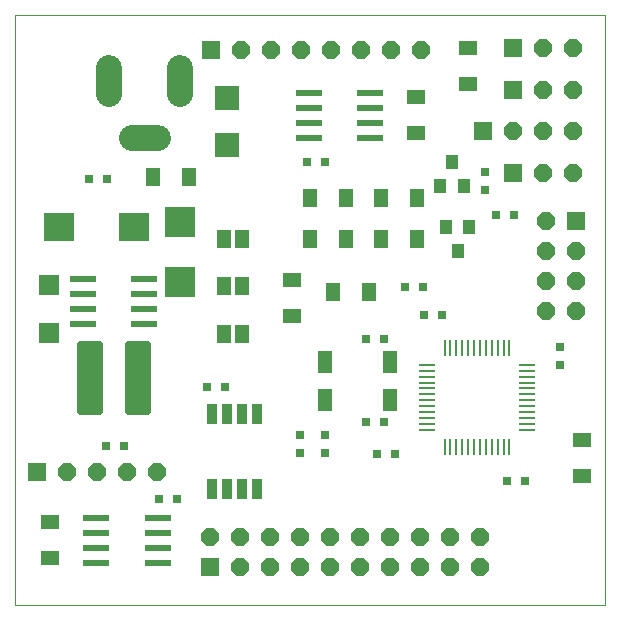
<source format=gtl>
G75*
%MOIN*%
%OFA0B0*%
%FSLAX24Y24*%
%IPPOS*%
%LPD*%
%AMOC8*
5,1,8,0,0,1.08239X$1,22.5*
%
%ADD10C,0.0000*%
%ADD11R,0.0580X0.0110*%
%ADD12R,0.0110X0.0580*%
%ADD13R,0.0866X0.0236*%
%ADD14R,0.1024X0.0945*%
%ADD15R,0.0984X0.1004*%
%ADD16R,0.0787X0.0787*%
%ADD17R,0.0315X0.0315*%
%ADD18C,0.0217*%
%ADD19R,0.0669X0.0709*%
%ADD20C,0.0860*%
%ADD21R,0.0512X0.0630*%
%ADD22R,0.0600X0.0600*%
%ADD23OC8,0.0600*%
%ADD24R,0.0630X0.0512*%
%ADD25R,0.0512X0.0748*%
%ADD26R,0.0320X0.0660*%
%ADD27R,0.0394X0.0472*%
%ADD28R,0.0460X0.0630*%
D10*
X000500Y000500D02*
X000500Y020185D01*
X020185Y020185D01*
X020185Y000500D01*
X000500Y000500D01*
X000500Y020185D01*
X020185Y020185D01*
X020185Y000500D01*
X000500Y000500D01*
D11*
X014246Y006345D03*
X014246Y006535D03*
X014246Y006735D03*
X014246Y006935D03*
X014246Y007125D03*
X014246Y007325D03*
X014246Y007525D03*
X014246Y007725D03*
X014246Y007915D03*
X014246Y008115D03*
X014246Y008315D03*
X014246Y008505D03*
X017566Y008505D03*
X017566Y008315D03*
X017566Y008115D03*
X017566Y007915D03*
X017566Y007725D03*
X017566Y007525D03*
X017566Y007325D03*
X017566Y007125D03*
X017566Y006935D03*
X017566Y006735D03*
X017566Y006535D03*
X017566Y006345D03*
D12*
X016986Y005765D03*
X016796Y005765D03*
X016596Y005765D03*
X016396Y005765D03*
X016206Y005765D03*
X016006Y005765D03*
X015806Y005765D03*
X015606Y005765D03*
X015416Y005765D03*
X015216Y005765D03*
X015016Y005765D03*
X014826Y005765D03*
X014826Y009085D03*
X015016Y009085D03*
X015216Y009085D03*
X015416Y009085D03*
X015606Y009085D03*
X015806Y009085D03*
X016006Y009085D03*
X016206Y009085D03*
X016396Y009085D03*
X016596Y009085D03*
X016796Y009085D03*
X016986Y009085D03*
D13*
X012350Y016089D03*
X012350Y016589D03*
X012350Y017089D03*
X012350Y017589D03*
X010303Y017589D03*
X010303Y017089D03*
X010303Y016589D03*
X010303Y016089D03*
X004823Y011360D03*
X004823Y010860D03*
X004823Y010360D03*
X004823Y009860D03*
X002776Y009860D03*
X002776Y010360D03*
X002776Y010860D03*
X002776Y011360D03*
X003217Y003415D03*
X003217Y002915D03*
X003217Y002415D03*
X003217Y001915D03*
X005264Y001915D03*
X005264Y002415D03*
X005264Y002915D03*
X005264Y003415D03*
D14*
X004482Y013091D03*
X001982Y013091D03*
D15*
X006020Y013260D03*
X006020Y011260D03*
D16*
X007579Y015835D03*
X007579Y017409D03*
D17*
X010239Y015264D03*
X010839Y015264D03*
X013519Y011102D03*
X014119Y011102D03*
X014133Y010181D03*
X014733Y010181D03*
X012808Y009358D03*
X012208Y009358D03*
X012208Y006602D03*
X012808Y006602D03*
X012578Y005547D03*
X013178Y005547D03*
X010854Y005586D03*
X010854Y006186D03*
X010000Y006170D03*
X010000Y005570D03*
X007493Y007783D03*
X006893Y007783D03*
X004146Y005815D03*
X003546Y005815D03*
X005318Y004043D03*
X005918Y004043D03*
X016165Y014357D03*
X016165Y014957D03*
X016539Y013492D03*
X017139Y013492D03*
X018661Y009103D03*
X018661Y008503D03*
X017509Y004642D03*
X016909Y004642D03*
X003560Y014724D03*
X002960Y014724D03*
D18*
X003309Y009223D02*
X003309Y006959D01*
X002659Y006959D01*
X002659Y009223D01*
X003309Y009223D01*
X003309Y007175D02*
X002659Y007175D01*
X002659Y007391D02*
X003309Y007391D01*
X003309Y007607D02*
X002659Y007607D01*
X002659Y007823D02*
X003309Y007823D01*
X003309Y008039D02*
X002659Y008039D01*
X002659Y008255D02*
X003309Y008255D01*
X003309Y008471D02*
X002659Y008471D01*
X002659Y008687D02*
X003309Y008687D01*
X003309Y008903D02*
X002659Y008903D01*
X002659Y009119D02*
X003309Y009119D01*
X004273Y009223D02*
X004273Y006959D01*
X004273Y009223D02*
X004923Y009223D01*
X004923Y006959D01*
X004273Y006959D01*
X004273Y007175D02*
X004923Y007175D01*
X004923Y007391D02*
X004273Y007391D01*
X004273Y007607D02*
X004923Y007607D01*
X004923Y007823D02*
X004273Y007823D01*
X004273Y008039D02*
X004923Y008039D01*
X004923Y008255D02*
X004273Y008255D01*
X004273Y008471D02*
X004923Y008471D01*
X004923Y008687D02*
X004273Y008687D01*
X004273Y008903D02*
X004923Y008903D01*
X004923Y009119D02*
X004273Y009119D01*
D19*
X001646Y009559D03*
X001646Y011173D03*
D20*
X004401Y016071D02*
X005261Y016071D01*
X006012Y017531D02*
X006012Y018391D01*
X003650Y018391D02*
X003650Y017531D01*
D21*
X005101Y014783D03*
X006301Y014783D03*
X010333Y014083D03*
X011533Y014083D03*
X012695Y014083D03*
X013895Y014083D03*
X013895Y012705D03*
X012695Y012705D03*
X011533Y012705D03*
X010333Y012705D03*
X011120Y010933D03*
X012320Y010933D03*
D22*
X017106Y014913D03*
X016110Y016299D03*
X017106Y017677D03*
X017110Y019059D03*
X019197Y013291D03*
X007039Y019004D03*
X001256Y004953D03*
X007024Y001772D03*
D23*
X008024Y001772D03*
X009024Y001772D03*
X010024Y001772D03*
X011024Y001772D03*
X012024Y001772D03*
X013024Y001772D03*
X014024Y001772D03*
X015024Y001772D03*
X016024Y001772D03*
X016024Y002772D03*
X015024Y002772D03*
X014024Y002772D03*
X013024Y002772D03*
X012024Y002772D03*
X011024Y002772D03*
X010024Y002772D03*
X009024Y002772D03*
X008024Y002772D03*
X007024Y002772D03*
X005256Y004953D03*
X004256Y004953D03*
X003256Y004953D03*
X002256Y004953D03*
X008039Y019004D03*
X009039Y019004D03*
X010039Y019004D03*
X011039Y019004D03*
X012039Y019004D03*
X013039Y019004D03*
X014039Y019004D03*
X017110Y016299D03*
X018110Y016299D03*
X019110Y016299D03*
X019106Y017677D03*
X018106Y017677D03*
X018110Y019059D03*
X019110Y019059D03*
X019106Y014913D03*
X018106Y014913D03*
X018197Y013291D03*
X018197Y012291D03*
X018197Y011291D03*
X018197Y010291D03*
X019197Y010291D03*
X019197Y011291D03*
X019197Y012291D03*
D24*
X013886Y016239D03*
X013886Y017439D03*
X015606Y017888D03*
X015606Y019088D03*
X009752Y011336D03*
X009752Y010136D03*
X001681Y003265D03*
X001681Y002065D03*
X019398Y004821D03*
X019398Y006021D03*
D25*
X013000Y007350D03*
X013000Y008610D03*
X010835Y008610D03*
X010835Y007350D03*
D26*
X008587Y006868D03*
X008087Y006868D03*
X007587Y006868D03*
X007087Y006868D03*
X007087Y004368D03*
X007587Y004368D03*
X008087Y004368D03*
X008587Y004368D03*
D27*
X015264Y012311D03*
X015657Y013098D03*
X014870Y013098D03*
X014673Y014476D03*
X015461Y014476D03*
X015067Y015264D03*
D28*
X008083Y012705D03*
X007483Y012705D03*
X007483Y011130D03*
X008083Y011130D03*
X008083Y009555D03*
X007483Y009555D03*
M02*

</source>
